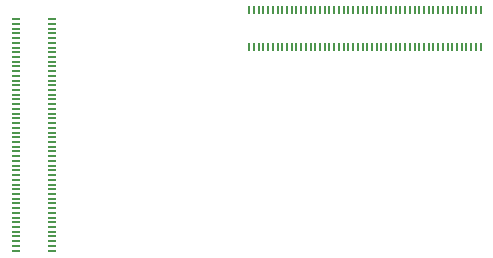
<source format=gbr>
%TF.GenerationSoftware,KiCad,Pcbnew,8.0.2-8.0.2-0~ubuntu20.04.1*%
%TF.CreationDate,2024-06-01T01:08:57-05:00*%
%TF.ProjectId,coral_b2b_breakout,636f7261-6c5f-4623-9262-5f627265616b,rev?*%
%TF.SameCoordinates,Original*%
%TF.FileFunction,Paste,Top*%
%TF.FilePolarity,Positive*%
%FSLAX46Y46*%
G04 Gerber Fmt 4.6, Leading zero omitted, Abs format (unit mm)*
G04 Created by KiCad (PCBNEW 8.0.2-8.0.2-0~ubuntu20.04.1) date 2024-06-01 01:08:57*
%MOMM*%
%LPD*%
G01*
G04 APERTURE LIST*
%ADD10R,0.200000X0.700000*%
%ADD11R,0.700000X0.200000*%
G04 APERTURE END LIST*
D10*
%TO.C,J6*%
X152580000Y-73230000D03*
X152580000Y-76310000D03*
X152980000Y-73230000D03*
X152980000Y-76310000D03*
X153380000Y-73230000D03*
X153380000Y-76310000D03*
X153780000Y-73230000D03*
X153780000Y-76310000D03*
X154180000Y-73230000D03*
X154180000Y-76310000D03*
X154580000Y-73230000D03*
X154580000Y-76310000D03*
X154980000Y-73230000D03*
X154980000Y-76310000D03*
X155380000Y-73230000D03*
X155380000Y-76310000D03*
X155780000Y-73230000D03*
X155780000Y-76310000D03*
X156180000Y-73230000D03*
X156180000Y-76310000D03*
X156580000Y-73230000D03*
X156580000Y-76310000D03*
X156980000Y-73230000D03*
X156980000Y-76310000D03*
X157380000Y-73230000D03*
X157380000Y-76310000D03*
X157780000Y-73230000D03*
X157780000Y-76310000D03*
X158180000Y-73230000D03*
X158180000Y-76310000D03*
X158580000Y-73230000D03*
X158580000Y-76310000D03*
X158980000Y-73230000D03*
X158980000Y-76310000D03*
X159380000Y-73230000D03*
X159380000Y-76310000D03*
X159780000Y-73230000D03*
X159780000Y-76310000D03*
X160180000Y-73230000D03*
X160180000Y-76310000D03*
X160580000Y-73230000D03*
X160580000Y-76310000D03*
X160980000Y-73230000D03*
X160980000Y-76310000D03*
X161380000Y-73230000D03*
X161380000Y-76310000D03*
X161780000Y-73230000D03*
X161780000Y-76310000D03*
X162180000Y-73230000D03*
X162180000Y-76310000D03*
X162580000Y-73230000D03*
X162580000Y-76310000D03*
X162980000Y-73230000D03*
X162980000Y-76310000D03*
X163380000Y-73230000D03*
X163380000Y-76310000D03*
X163780000Y-73230000D03*
X163780000Y-76310000D03*
X164180000Y-73230000D03*
X164180000Y-76310000D03*
X164580000Y-73230000D03*
X164580000Y-76310000D03*
X164980000Y-73230000D03*
X164980000Y-76310000D03*
X165380000Y-73230000D03*
X165380000Y-76310000D03*
X165780000Y-73230000D03*
X165780000Y-76310000D03*
X166180000Y-73230000D03*
X166180000Y-76310000D03*
X166580000Y-73230000D03*
X166580000Y-76310000D03*
X166980000Y-73230000D03*
X166980000Y-76310000D03*
X167380000Y-73230000D03*
X167380000Y-76310000D03*
X167780000Y-73230000D03*
X167780000Y-76310000D03*
X168180000Y-73230000D03*
X168180000Y-76310000D03*
X168580000Y-73230000D03*
X168580000Y-76310000D03*
X168980000Y-73230000D03*
X168980000Y-76310000D03*
X169380000Y-73230000D03*
X169380000Y-76310000D03*
X169780000Y-73230000D03*
X169780000Y-76310000D03*
X170180000Y-73230000D03*
X170180000Y-76310000D03*
X170580000Y-73230000D03*
X170580000Y-76310000D03*
X170980000Y-73230000D03*
X170980000Y-76310000D03*
X171380000Y-73230000D03*
X171380000Y-76310000D03*
X171780000Y-73230000D03*
X171780000Y-76310000D03*
X172180000Y-73230000D03*
X172180000Y-76310000D03*
%TD*%
D11*
%TO.C,J4*%
X132830000Y-93580000D03*
X135910000Y-93580000D03*
X132830000Y-93180000D03*
X135910000Y-93180000D03*
X132830000Y-92780000D03*
X135910000Y-92780000D03*
X132830000Y-92380000D03*
X135910000Y-92380000D03*
X132830000Y-91980000D03*
X135910000Y-91980000D03*
X132830000Y-91580000D03*
X135910000Y-91580000D03*
X132830000Y-91180000D03*
X135910000Y-91180000D03*
X132830000Y-90780000D03*
X135910000Y-90780000D03*
X132830000Y-90380000D03*
X135910000Y-90380000D03*
X132830000Y-89980000D03*
X135910000Y-89980000D03*
X132830000Y-89580000D03*
X135910000Y-89580000D03*
X132830000Y-89180000D03*
X135910000Y-89180000D03*
X132830000Y-88780000D03*
X135910000Y-88780000D03*
X132830000Y-88380000D03*
X135910000Y-88380000D03*
X132830000Y-87980000D03*
X135910000Y-87980000D03*
X132830000Y-87580000D03*
X135910000Y-87580000D03*
X132830000Y-87180000D03*
X135910000Y-87180000D03*
X132830000Y-86780000D03*
X135910000Y-86780000D03*
X132830000Y-86380000D03*
X135910000Y-86380000D03*
X132830000Y-85980000D03*
X135910000Y-85980000D03*
X132830000Y-85580000D03*
X135910000Y-85580000D03*
X132830000Y-85180000D03*
X135910000Y-85180000D03*
X132830000Y-84780000D03*
X135910000Y-84780000D03*
X132830000Y-84380000D03*
X135910000Y-84380000D03*
X132830000Y-83980000D03*
X135910000Y-83980000D03*
X132830000Y-83580000D03*
X135910000Y-83580000D03*
X132830000Y-83180000D03*
X135910000Y-83180000D03*
X132830000Y-82780000D03*
X135910000Y-82780000D03*
X132830000Y-82380000D03*
X135910000Y-82380000D03*
X132830000Y-81980000D03*
X135910000Y-81980000D03*
X132830000Y-81580000D03*
X135910000Y-81580000D03*
X132830000Y-81180000D03*
X135910000Y-81180000D03*
X132830000Y-80780000D03*
X135910000Y-80780000D03*
X132830000Y-80380000D03*
X135910000Y-80380000D03*
X132830000Y-79980000D03*
X135910000Y-79980000D03*
X132830000Y-79580000D03*
X135910000Y-79580000D03*
X132830000Y-79180000D03*
X135910000Y-79180000D03*
X132830000Y-78780000D03*
X135910000Y-78780000D03*
X132830000Y-78380000D03*
X135910000Y-78380000D03*
X132830000Y-77980000D03*
X135910000Y-77980000D03*
X132830000Y-77580000D03*
X135910000Y-77580000D03*
X132830000Y-77180000D03*
X135910000Y-77180000D03*
X132830000Y-76780000D03*
X135910000Y-76780000D03*
X132830000Y-76380000D03*
X135910000Y-76380000D03*
X132830000Y-75980000D03*
X135910000Y-75980000D03*
X132830000Y-75580000D03*
X135910000Y-75580000D03*
X132830000Y-75180000D03*
X135910000Y-75180000D03*
X132830000Y-74780000D03*
X135910000Y-74780000D03*
X132830000Y-74380000D03*
X135910000Y-74380000D03*
X132830000Y-73980000D03*
X135910000Y-73980000D03*
%TD*%
M02*

</source>
